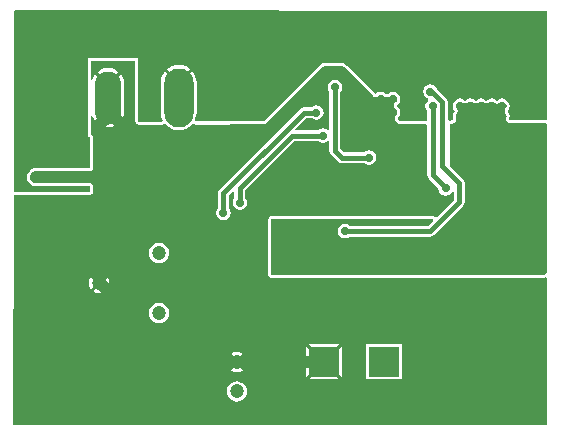
<source format=gbl>
G04*
G04 #@! TF.GenerationSoftware,Altium Limited,Altium Designer,20.0.2 (26)*
G04*
G04 Layer_Physical_Order=2*
G04 Layer_Color=16711680*
%FSLAX44Y44*%
%MOMM*%
G71*
G01*
G75*
%ADD36C,0.3950*%
%ADD37C,1.0000*%
%ADD39C,1.2000*%
%ADD40R,2.5000X2.5000*%
%ADD41O,2.5000X5.0000*%
%ADD42O,2.2500X4.5000*%
%ADD43C,0.7000*%
G36*
X406346Y273250D02*
X407075Y272763D01*
X407238Y272696D01*
X407378Y272589D01*
X408530Y272027D01*
X408852Y271942D01*
X409160Y271814D01*
X409337D01*
X409507Y271770D01*
X409837Y271814D01*
X410171D01*
X410334Y271882D01*
X410508Y271906D01*
X410796Y272074D01*
X411104Y272201D01*
X412674Y273250D01*
X414020Y273518D01*
X415366Y273250D01*
X416507Y272487D01*
X417270Y271346D01*
X417538Y270000D01*
X417270Y268654D01*
X416792Y267939D01*
X416729Y267786D01*
X416628Y267656D01*
X416129Y266655D01*
X416082Y266480D01*
X415991Y266322D01*
X415950Y265997D01*
X415864Y265681D01*
X415887Y265500D01*
X415864Y265319D01*
X415950Y265003D01*
X415991Y264678D01*
X416082Y264520D01*
X416129Y264345D01*
X416628Y263344D01*
X416729Y263214D01*
X416792Y263061D01*
X417270Y262346D01*
X417538Y261000D01*
X417232Y259461D01*
Y259055D01*
X417200Y258649D01*
X417232Y258552D01*
Y258451D01*
X417387Y258075D01*
X417513Y257689D01*
X418224Y256421D01*
X418458Y256148D01*
X418658Y255850D01*
X418783Y255767D01*
X418881Y255653D01*
X419201Y255490D01*
X419501Y255292D01*
X419648Y255263D01*
X419782Y255195D01*
X420140Y255168D01*
X420493Y255099D01*
X451220Y255217D01*
X452120Y254321D01*
Y129540D01*
X449580Y127000D01*
X218440D01*
Y173990D01*
X355050D01*
X355536Y172817D01*
X351153Y168433D01*
X284652D01*
X283027Y169520D01*
X280670Y169988D01*
X278313Y169520D01*
X276315Y168185D01*
X274981Y166187D01*
X274512Y163830D01*
X274981Y161473D01*
X276315Y159475D01*
X278313Y158140D01*
X280670Y157672D01*
X283027Y158140D01*
X284652Y159227D01*
X353060D01*
X353060Y159227D01*
X354822Y159577D01*
X356315Y160575D01*
X380729Y184989D01*
X380729Y184989D01*
X381727Y186483D01*
X382078Y188244D01*
X382078Y188244D01*
Y204509D01*
X382078Y204509D01*
X381727Y206271D01*
X380729Y207764D01*
X369570Y218924D01*
Y254903D01*
X371738Y254911D01*
X372108Y254987D01*
X372484Y255024D01*
X372600Y255086D01*
X372728Y255112D01*
X373042Y255324D01*
X373375Y255502D01*
X373458Y255604D01*
X373566Y255677D01*
X373775Y255992D01*
X374014Y256285D01*
X374499Y257197D01*
X374608Y257559D01*
X374753Y257908D01*
X374825Y258269D01*
X374825Y258774D01*
Y259279D01*
X374482Y261000D01*
X374750Y262346D01*
X375228Y263061D01*
X375291Y263214D01*
X375392Y263344D01*
X375891Y264345D01*
X375938Y264520D01*
X376029Y264678D01*
X376070Y265003D01*
X376156Y265319D01*
X376133Y265500D01*
X376156Y265681D01*
X376070Y265997D01*
X376029Y266322D01*
X375938Y266480D01*
X375891Y266656D01*
X375392Y267656D01*
X375291Y267787D01*
X375228Y267939D01*
X374750Y268654D01*
X374482Y270000D01*
X374750Y271346D01*
X375513Y272488D01*
X376654Y273250D01*
X378000Y273518D01*
X379346Y273250D01*
X380061Y272773D01*
X380214Y272709D01*
X380344Y272608D01*
X381344Y272109D01*
X381520Y272062D01*
X381678Y271971D01*
X382003Y271930D01*
X382319Y271844D01*
X382500Y271867D01*
X382681Y271844D01*
X382997Y271930D01*
X383322Y271971D01*
X383480Y272062D01*
X383656Y272109D01*
X384656Y272608D01*
X384786Y272709D01*
X384939Y272773D01*
X385654Y273250D01*
X387000Y273518D01*
X388346Y273250D01*
X389061Y272773D01*
X389213Y272709D01*
X389344Y272608D01*
X390345Y272109D01*
X390520Y272062D01*
X390678Y271971D01*
X391003Y271930D01*
X391319Y271844D01*
X391500Y271867D01*
X391681Y271844D01*
X391997Y271930D01*
X392322Y271971D01*
X392480Y272062D01*
X392655Y272109D01*
X393656Y272608D01*
X393787Y272709D01*
X393939Y272773D01*
X394654Y273250D01*
X396000Y273518D01*
X397346Y273250D01*
X398061Y272773D01*
X398214Y272709D01*
X398344Y272608D01*
X399344Y272109D01*
X399520Y272062D01*
X399678Y271971D01*
X400003Y271930D01*
X400319Y271844D01*
X400500Y271867D01*
X400681Y271844D01*
X400997Y271930D01*
X401322Y271971D01*
X401480Y272062D01*
X401656Y272109D01*
X402656Y272608D01*
X402786Y272709D01*
X402939Y272773D01*
X403654Y273250D01*
X405000Y273518D01*
X406346Y273250D01*
D02*
G37*
G36*
X452120Y350520D02*
Y257810D01*
X420483Y257689D01*
X419772Y258956D01*
X420178Y261000D01*
X419710Y263357D01*
X418946Y264500D01*
X418447Y265500D01*
X418946Y266500D01*
X419710Y267643D01*
X420178Y270000D01*
X419710Y272357D01*
X418375Y274354D01*
X416377Y275690D01*
X414020Y276158D01*
X411663Y275690D01*
X409665Y274354D01*
X408513Y274917D01*
X407357Y275690D01*
X405000Y276158D01*
X402643Y275690D01*
X401500Y274926D01*
X400500Y274427D01*
X399500Y274926D01*
X398357Y275690D01*
X396000Y276158D01*
X393643Y275690D01*
X392500Y274926D01*
X391500Y274427D01*
X390500Y274926D01*
X389357Y275690D01*
X387000Y276158D01*
X384643Y275690D01*
X383500Y274926D01*
X382500Y274427D01*
X381500Y274926D01*
X380357Y275690D01*
X378000Y276158D01*
X375643Y275690D01*
X373645Y274355D01*
X372310Y272357D01*
X371842Y270000D01*
X372310Y267643D01*
X373074Y266500D01*
X373573Y265500D01*
X373074Y264500D01*
X372310Y263357D01*
X371842Y261000D01*
X372285Y258773D01*
X372213Y258413D01*
X371728Y257501D01*
X368518Y257489D01*
X367618Y258385D01*
Y273320D01*
X367268Y275082D01*
X366270Y276575D01*
X366270Y276575D01*
X358800Y284046D01*
X358750Y284297D01*
X357415Y286295D01*
X355417Y287630D01*
X353060Y288098D01*
X350703Y287630D01*
X348705Y286295D01*
X347370Y284297D01*
X346902Y281940D01*
X347370Y279583D01*
X348705Y277585D01*
X350703Y276250D01*
X351084Y276175D01*
X351352Y274827D01*
X350645Y274355D01*
X349310Y272357D01*
X348842Y270000D01*
X349310Y267643D01*
X350397Y266018D01*
Y257419D01*
X326562Y257328D01*
X326300Y257720D01*
X325327Y258370D01*
Y259897D01*
X325665Y260123D01*
X327000Y262121D01*
X327468Y264478D01*
X327000Y266834D01*
X325665Y268832D01*
X324817Y269399D01*
Y270669D01*
X325664Y271235D01*
X327000Y273233D01*
X327468Y275590D01*
X327000Y277947D01*
X325664Y279945D01*
X323667Y281280D01*
X321310Y281748D01*
X318953Y281280D01*
X316955Y279945D01*
X316742Y279626D01*
X315472D01*
X315260Y279945D01*
X313262Y281280D01*
X310905Y281748D01*
X308548Y281280D01*
X306550Y279945D01*
X306061Y280538D01*
X305878Y280778D01*
X282778Y303878D01*
X281203Y305086D01*
X279368Y305846D01*
X277400Y306105D01*
X264500D01*
X262532Y305846D01*
X260697Y305086D01*
X259123Y303878D01*
X212133Y256888D01*
X154187Y256666D01*
X153532Y257754D01*
X153972Y258577D01*
X154832Y261412D01*
X155123Y264360D01*
Y289360D01*
X154832Y292308D01*
X153972Y295143D01*
X152576Y297756D01*
X151506Y299060D01*
X140908Y288462D01*
X140010Y289360D01*
X139112Y288462D01*
X128514Y299060D01*
X127444Y297756D01*
X126048Y295143D01*
X125188Y292308D01*
X124897Y289360D01*
Y264360D01*
X125188Y261412D01*
X126048Y258577D01*
X126544Y257647D01*
X125893Y256557D01*
X106780Y256483D01*
X105880Y257380D01*
Y310480D01*
X62880D01*
X62880Y243480D01*
X64935D01*
Y217155D01*
X19050D01*
X17082Y216896D01*
X15247Y216136D01*
X13672Y214928D01*
X12464Y213353D01*
X11704Y211518D01*
X11445Y209550D01*
X11704Y207582D01*
X12464Y205748D01*
X13672Y204172D01*
X15247Y202964D01*
X17082Y202204D01*
X19050Y201945D01*
X64935D01*
Y197330D01*
X880D01*
Y229080D01*
Y350102D01*
X1778Y350999D01*
X452120Y350520D01*
D02*
G37*
G36*
X103290Y257380D02*
X103291Y257377D01*
X103290Y257375D01*
X103390Y256880D01*
X103487Y256389D01*
X103489Y256387D01*
X103489Y256384D01*
X103768Y255968D01*
X104049Y255548D01*
X104051Y255547D01*
X104052Y255545D01*
X104952Y254649D01*
X104954Y254647D01*
X104956Y254645D01*
X105375Y254367D01*
X105793Y254089D01*
X105796Y254088D01*
X105798Y254087D01*
X106287Y253992D01*
X106785Y253894D01*
X106787Y253894D01*
X106790Y253894D01*
X125903Y253967D01*
X126212Y254030D01*
X126528Y254046D01*
X126703Y254129D01*
X126894Y254168D01*
X127155Y254344D01*
X127440Y254480D01*
X128420Y254414D01*
X128897Y254193D01*
X129324Y253674D01*
X131614Y251794D01*
X134227Y250398D01*
X137062Y249538D01*
X140010Y249247D01*
X142958Y249538D01*
X145793Y250398D01*
X148406Y251794D01*
X150696Y253674D01*
X151198Y254284D01*
X151676Y254507D01*
X152649Y254583D01*
X152939Y254446D01*
X153206Y254269D01*
X153392Y254233D01*
X153563Y254152D01*
X153883Y254137D01*
X154198Y254076D01*
X212143Y254298D01*
X212632Y254398D01*
X213124Y254496D01*
X213128Y254498D01*
X213133Y254499D01*
X213548Y254779D01*
X213964Y255057D01*
X260834Y301926D01*
X262004Y302824D01*
X263208Y303323D01*
X264670Y303515D01*
X277230D01*
X278692Y303323D01*
X279896Y302824D01*
X281066Y301926D01*
X303926Y279066D01*
X304007Y278961D01*
X304041Y278931D01*
X304063Y278891D01*
X304552Y278298D01*
X304844Y278059D01*
X305112Y277791D01*
X305233Y277741D01*
X305334Y277658D01*
X305696Y277549D01*
X306045Y277405D01*
X306176D01*
X306301Y277367D01*
X306678Y277405D01*
X307056D01*
X307177Y277455D01*
X307307Y277468D01*
X307640Y277647D01*
X307989Y277791D01*
X309559Y278840D01*
X310905Y279108D01*
X312251Y278840D01*
X313501Y278005D01*
X313641Y277795D01*
X313853Y277653D01*
X314034Y277473D01*
X314269Y277375D01*
X314481Y277233D01*
X314732Y277184D01*
X314967Y277086D01*
X315222D01*
X315472Y277036D01*
X316742D01*
X316993Y277086D01*
X317248D01*
X317483Y277184D01*
X317733Y277233D01*
X317946Y277375D01*
X318181Y277473D01*
X318362Y277653D01*
X318574Y277795D01*
X318714Y278005D01*
X319964Y278840D01*
X321310Y279108D01*
X322656Y278840D01*
X323797Y278078D01*
X324560Y276936D01*
X324828Y275590D01*
X324560Y274244D01*
X323797Y273102D01*
X323378Y272822D01*
X323197Y272642D01*
X322985Y272500D01*
X322844Y272288D01*
X322663Y272108D01*
X322566Y271872D01*
X322424Y271660D01*
X322374Y271410D01*
X322276Y271174D01*
Y270919D01*
X322227Y270669D01*
Y269399D01*
X322276Y269149D01*
Y268894D01*
X322374Y268658D01*
X322424Y268408D01*
X322566Y268196D01*
X322663Y267960D01*
X322844Y267780D01*
X322985Y267568D01*
X323197Y267426D01*
X323378Y267246D01*
X323797Y266965D01*
X324560Y265824D01*
X324828Y264478D01*
X324560Y263131D01*
X323737Y261900D01*
X323708Y261870D01*
X323495Y261728D01*
X323354Y261516D01*
X323173Y261336D01*
X323076Y261100D01*
X322934Y260888D01*
X322884Y260638D01*
X322787Y260402D01*
Y260147D01*
X322737Y259897D01*
Y258370D01*
X322787Y258120D01*
Y257864D01*
X322884Y257629D01*
X322934Y257379D01*
X323076Y257167D01*
X323173Y256931D01*
X323354Y256751D01*
X323495Y256539D01*
X323708Y256397D01*
X323888Y256216D01*
X324469Y255828D01*
X324592Y255705D01*
X324737Y255490D01*
X324946Y255351D01*
X325123Y255174D01*
X325363Y255075D01*
X325580Y254931D01*
X325825Y254883D01*
X326056Y254788D01*
X326316D01*
X326571Y254738D01*
X349497Y254826D01*
X350397Y253930D01*
Y211000D01*
X350396Y211000D01*
X350747Y209238D01*
X351745Y207745D01*
X359929Y199561D01*
X360311Y197643D01*
X361645Y195645D01*
X363643Y194310D01*
X366000Y193842D01*
X368357Y194310D01*
X370355Y195645D01*
X370926Y196500D01*
X372643Y196784D01*
X372871Y196610D01*
Y190151D01*
X358462Y175742D01*
X356882Y175821D01*
X356041Y176383D01*
X355050Y176580D01*
X218440D01*
X217449Y176383D01*
X216609Y175821D01*
X216047Y174981D01*
X215850Y173990D01*
Y127000D01*
X216047Y126009D01*
X216609Y125169D01*
X217449Y124607D01*
X218440Y124410D01*
X449580D01*
X450571Y124607D01*
X450730Y124714D01*
X452000Y124035D01*
Y0D01*
X899D01*
X2Y899D01*
X487Y194419D01*
X880Y194740D01*
X64935D01*
X65926Y194937D01*
X66766Y195499D01*
X67328Y196339D01*
X67525Y197330D01*
Y201945D01*
X67328Y202936D01*
X66766Y203776D01*
X65926Y204338D01*
X64935Y204535D01*
X19220D01*
X17758Y204727D01*
X16553Y205226D01*
X15519Y206019D01*
X14726Y207054D01*
X14227Y208258D01*
X14057Y209550D01*
X14227Y210842D01*
X14726Y212047D01*
X15519Y213081D01*
X16554Y213874D01*
X17758Y214373D01*
X19220Y214565D01*
X64935D01*
X65926Y214762D01*
X66766Y215324D01*
X67328Y216164D01*
X67525Y217155D01*
Y243480D01*
X67328Y244471D01*
X66766Y245311D01*
X65926Y245873D01*
X65470Y245963D01*
Y261360D01*
X66740Y261612D01*
X67965Y258655D01*
X69254Y256975D01*
X78949Y266671D01*
X80010Y265610D01*
X81071Y266671D01*
X90766Y256975D01*
X92056Y258655D01*
X93445Y262010D01*
X93919Y265610D01*
Y288110D01*
X93445Y291710D01*
X92056Y295065D01*
X90766Y296745D01*
X81071Y287049D01*
X80010Y288110D01*
X78949Y287049D01*
X69254Y296745D01*
X67965Y295065D01*
X66740Y292108D01*
X65470Y292360D01*
Y307890D01*
X103290D01*
Y257380D01*
D02*
G37*
%LPC*%
G36*
X140010Y304473D02*
X137062Y304182D01*
X134227Y303322D01*
X131614Y301926D01*
X130310Y300856D01*
X140010Y291156D01*
X149710Y300856D01*
X148406Y301926D01*
X145793Y303322D01*
X142958Y304182D01*
X140010Y304473D01*
D02*
G37*
G36*
X80010Y302019D02*
X76410Y301545D01*
X73056Y300156D01*
X71375Y298866D01*
X80010Y290231D01*
X88645Y298866D01*
X86965Y300156D01*
X83610Y301545D01*
X80010Y302019D01*
D02*
G37*
G36*
X272170Y291988D02*
X269813Y291520D01*
X267815Y290185D01*
X266480Y288187D01*
X266012Y285830D01*
X266480Y283473D01*
X267567Y281848D01*
Y249417D01*
X266297Y249100D01*
X264427Y250350D01*
X262070Y250818D01*
X259713Y250350D01*
X258088Y249263D01*
X239365D01*
X238879Y250437D01*
X247999Y259557D01*
X252558D01*
X254183Y258470D01*
X256540Y258002D01*
X258897Y258470D01*
X260895Y259805D01*
X262230Y261803D01*
X262698Y264160D01*
X262230Y266517D01*
X260895Y268515D01*
X258897Y269850D01*
X256540Y270318D01*
X254183Y269850D01*
X252558Y268764D01*
X246092D01*
X246092Y268764D01*
X244330Y268413D01*
X242837Y267415D01*
X242837Y267415D01*
X174545Y199123D01*
X173547Y197630D01*
X173197Y195868D01*
X173197Y195868D01*
Y183052D01*
X172111Y181427D01*
X171642Y179070D01*
X172111Y176713D01*
X173445Y174715D01*
X175443Y173381D01*
X177800Y172912D01*
X180157Y173381D01*
X182155Y174715D01*
X183489Y176713D01*
X183958Y179070D01*
X183489Y181427D01*
X182403Y183052D01*
Y193961D01*
X185993Y197551D01*
X187167Y197065D01*
Y191942D01*
X186080Y190317D01*
X185612Y187960D01*
X186080Y185603D01*
X187415Y183605D01*
X189413Y182271D01*
X191770Y181802D01*
X194127Y182271D01*
X196125Y183605D01*
X197460Y185603D01*
X197928Y187960D01*
X197460Y190317D01*
X196373Y191942D01*
Y198753D01*
X237677Y240057D01*
X258088D01*
X259713Y238971D01*
X262070Y238502D01*
X264427Y238971D01*
X266297Y240220D01*
X267567Y239902D01*
Y231830D01*
X267567Y231830D01*
X267917Y230068D01*
X268915Y228575D01*
X274685Y222805D01*
X274685Y222805D01*
X276178Y221807D01*
X277940Y221457D01*
X297008D01*
X298633Y220371D01*
X300990Y219902D01*
X303347Y220371D01*
X305345Y221705D01*
X306679Y223703D01*
X307148Y226060D01*
X306679Y228417D01*
X305345Y230415D01*
X303347Y231749D01*
X300990Y232218D01*
X298633Y231749D01*
X297008Y230663D01*
X279847D01*
X276773Y233737D01*
Y281848D01*
X277859Y283473D01*
X278328Y285830D01*
X277859Y288187D01*
X276525Y290185D01*
X274527Y291520D01*
X272170Y291988D01*
D02*
G37*
G36*
X80010Y263489D02*
X71375Y254854D01*
X73056Y253564D01*
X76410Y252175D01*
X80010Y251701D01*
X83610Y252175D01*
X86965Y253564D01*
X88645Y254854D01*
X80010Y263489D01*
D02*
G37*
G36*
X123250Y154114D02*
X121021Y153820D01*
X118943Y152960D01*
X117159Y151591D01*
X115790Y149807D01*
X114930Y147729D01*
X114636Y145500D01*
X114930Y143271D01*
X115790Y141193D01*
X117159Y139409D01*
X118943Y138040D01*
X121021Y137180D01*
X123250Y136886D01*
X125479Y137180D01*
X127557Y138040D01*
X129341Y139409D01*
X130710Y141193D01*
X131570Y143271D01*
X131864Y145500D01*
X131570Y147729D01*
X130710Y149807D01*
X129341Y151591D01*
X127557Y152960D01*
X125479Y153820D01*
X123250Y154114D01*
D02*
G37*
G36*
X72750Y128614D02*
X70521Y128320D01*
X68443Y127460D01*
X67860Y127012D01*
X72750Y122121D01*
X77641Y127012D01*
X77057Y127460D01*
X74979Y128320D01*
X72750Y128614D01*
D02*
G37*
G36*
X79762Y124890D02*
X74871Y120000D01*
X79762Y115110D01*
X80210Y115693D01*
X81070Y117771D01*
X81364Y120000D01*
X81070Y122229D01*
X80210Y124307D01*
X79762Y124890D01*
D02*
G37*
G36*
X65738Y124890D02*
X65290Y124307D01*
X64430Y122229D01*
X64136Y120000D01*
X64430Y117771D01*
X65290Y115693D01*
X65738Y115110D01*
X70629Y120000D01*
X65738Y124890D01*
D02*
G37*
G36*
X72750Y117879D02*
X67860Y112988D01*
X68443Y112540D01*
X70521Y111680D01*
X72750Y111386D01*
X74979Y111680D01*
X77057Y112540D01*
X77641Y112988D01*
X72750Y117879D01*
D02*
G37*
G36*
X123250Y103114D02*
X121021Y102820D01*
X118943Y101960D01*
X117159Y100591D01*
X115790Y98807D01*
X114930Y96729D01*
X114636Y94500D01*
X114930Y92271D01*
X115790Y90193D01*
X117159Y88409D01*
X118943Y87040D01*
X121021Y86180D01*
X123250Y85886D01*
X125479Y86180D01*
X127557Y87040D01*
X129341Y88409D01*
X130710Y90193D01*
X131570Y92271D01*
X131864Y94500D01*
X131570Y96729D01*
X130710Y98807D01*
X129341Y100591D01*
X127557Y101960D01*
X125479Y102820D01*
X123250Y103114D01*
D02*
G37*
G36*
X275809Y68380D02*
X249971D01*
X262890Y55461D01*
X275809Y68380D01*
D02*
G37*
G36*
X189230Y61754D02*
X187001Y61460D01*
X184923Y60600D01*
X184340Y60152D01*
X189230Y55261D01*
X194121Y60152D01*
X193537Y60600D01*
X191459Y61460D01*
X189230Y61754D01*
D02*
G37*
G36*
X196242Y58031D02*
X191351Y53140D01*
X196242Y48250D01*
X196690Y48833D01*
X197550Y50911D01*
X197844Y53140D01*
X197550Y55369D01*
X196690Y57447D01*
X196242Y58031D01*
D02*
G37*
G36*
X182218D02*
X181770Y57447D01*
X180910Y55369D01*
X180616Y53140D01*
X180910Y50911D01*
X181770Y48833D01*
X182218Y48250D01*
X187109Y53140D01*
X182218Y58031D01*
D02*
G37*
G36*
X189230Y51019D02*
X184340Y46128D01*
X184923Y45680D01*
X187001Y44820D01*
X189230Y44526D01*
X191459Y44820D01*
X193537Y45680D01*
X194121Y46128D01*
X189230Y51019D01*
D02*
G37*
G36*
X247850Y66259D02*
Y40421D01*
X260769Y53340D01*
X247850Y66259D01*
D02*
G37*
G36*
X277930Y66259D02*
X265011Y53340D01*
X277930Y40421D01*
Y66259D01*
D02*
G37*
G36*
X328730Y68380D02*
X298650D01*
Y38300D01*
X328730D01*
Y68380D01*
D02*
G37*
G36*
X262890Y51219D02*
X249971Y38300D01*
X275809D01*
X262890Y51219D01*
D02*
G37*
G36*
X189230Y36754D02*
X187001Y36460D01*
X184923Y35600D01*
X183139Y34231D01*
X181770Y32447D01*
X180910Y30369D01*
X180616Y28140D01*
X180910Y25911D01*
X181770Y23833D01*
X183139Y22049D01*
X184923Y20680D01*
X187001Y19820D01*
X189230Y19526D01*
X191459Y19820D01*
X193537Y20680D01*
X195321Y22049D01*
X196690Y23833D01*
X197550Y25911D01*
X197844Y28140D01*
X197550Y30369D01*
X196690Y32447D01*
X195321Y34231D01*
X193537Y35600D01*
X191459Y36460D01*
X189230Y36754D01*
D02*
G37*
%LPD*%
D36*
X355000Y211000D02*
Y270000D01*
Y211000D02*
X366000Y200000D01*
X353060Y281940D02*
X354395D01*
X363015Y273320D01*
Y218969D02*
Y273320D01*
Y218969D02*
X377474Y204509D01*
X277940Y226060D02*
X300990D01*
X272170Y231830D02*
X277940Y226060D01*
X272170Y231830D02*
Y285830D01*
X377474Y188244D02*
Y204509D01*
X353060Y163830D02*
X377474Y188244D01*
X246092Y264160D02*
X256540D01*
X177800Y195868D02*
X246092Y264160D01*
X177800Y179070D02*
Y195868D01*
X191770Y187960D02*
Y200660D01*
X235770Y244660D01*
X262070D01*
X280670Y163830D02*
X353060D01*
D37*
X277400Y298500D02*
X300500Y275400D01*
X264500Y298500D02*
X277400D01*
X207000Y241000D02*
X264500Y298500D01*
X80010Y260875D02*
Y265610D01*
X104620Y241000D02*
X207000D01*
X80010Y265610D02*
Y276860D01*
Y265610D02*
X104620Y241000D01*
X72540Y213000D02*
Y253405D01*
Y120650D02*
Y213000D01*
X19050Y209550D02*
X69090D01*
X72540Y213000D01*
Y253405D02*
X80010Y260875D01*
X140050Y53140D02*
X189230D01*
X72540Y120650D02*
X140050Y53140D01*
X262690D02*
X262890Y53340D01*
X189230Y53140D02*
X262690D01*
D39*
X123250Y94500D02*
D03*
Y145500D02*
D03*
X72750Y120000D02*
D03*
X189230Y28140D02*
D03*
Y53140D02*
D03*
D40*
X313690Y53340D02*
D03*
X262890D02*
D03*
D41*
X140010Y276860D02*
D03*
D42*
X80010D02*
D03*
D43*
X311540Y253365D02*
D03*
X301135Y253175D02*
D03*
X310905Y264478D02*
D03*
X300500Y264287D02*
D03*
X321945Y253365D02*
D03*
X300500Y275400D02*
D03*
X321310Y275590D02*
D03*
X366000Y200000D02*
D03*
X272170Y285830D02*
D03*
X355000Y270000D02*
D03*
X378000Y243000D02*
D03*
X405000D02*
D03*
X396000D02*
D03*
X387000D02*
D03*
X378000Y252000D02*
D03*
X405000D02*
D03*
X396000D02*
D03*
X387000D02*
D03*
X378000Y261000D02*
D03*
X405000D02*
D03*
X396000D02*
D03*
X387000D02*
D03*
X414020Y243000D02*
D03*
Y270000D02*
D03*
X387000Y270000D02*
D03*
X396000D02*
D03*
X405000D02*
D03*
X378000D02*
D03*
X414020Y261000D02*
D03*
Y252000D02*
D03*
X310905Y275590D02*
D03*
X321310Y264478D02*
D03*
X256540Y264160D02*
D03*
X177800Y179070D02*
D03*
X191770Y187960D02*
D03*
X300990Y226060D02*
D03*
X262070Y244660D02*
D03*
X280670Y163830D02*
D03*
X353060Y281940D02*
D03*
X341630Y223520D02*
D03*
X19050Y209550D02*
D03*
M02*

</source>
